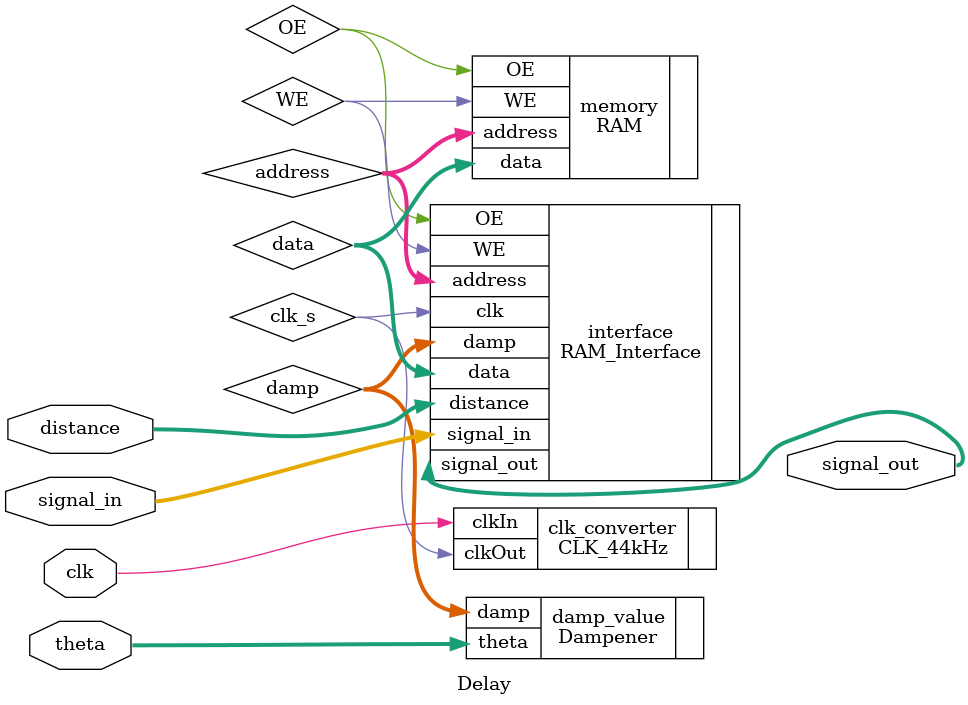
<source format=v>

/* delay.v */


`include "modules/delaymem.v"
`include "modules/delayraminterface.v"
`include "modules/delaydampener.v"
`include "modules/CLK_44kHz.v"


module Delay (
    input           clk         ,
    input     [7:0] theta       ,
    input     [7:0] distance    ,
    input    [15:0] signal_in   ,
    output   [15:0] signal_out
);

    /* 44 kHz CLK */
    wire clk_s;
    CLK_44kHz clk_converter (
        .clkIn( clk )   ,
        .clkOut( clk_s )
    );

    /* Dampener */
    wire  [7:0] damp    ;
    Dampener damp_value (
        .theta( theta ) ,
        .damp( damp )
    );


    /* RAM */
    wire  [2:0] address ; // Address input
    wire [15:0] data    ; // Data I/O
    wire        WE      ; // Write Enable
    wire        OE      ; // Output Enable

    RAM memory (
        .address( address ) ,
        .data( data )       ,
        .WE( WE )           ,
        .OE( OE )
    );


    /* RAM Interface */
    RAM_Interface interface (
        .clk( clk_s )               ,
        .damp( damp )               ,
        .distance( distance )       ,
        .signal_in( signal_in )     ,
        .signal_out( signal_out )   ,

        .address( address )         ,
        .data( data )               ,
        .WE( WE )                   ,
        .OE( OE )
    );

endmodule

</source>
